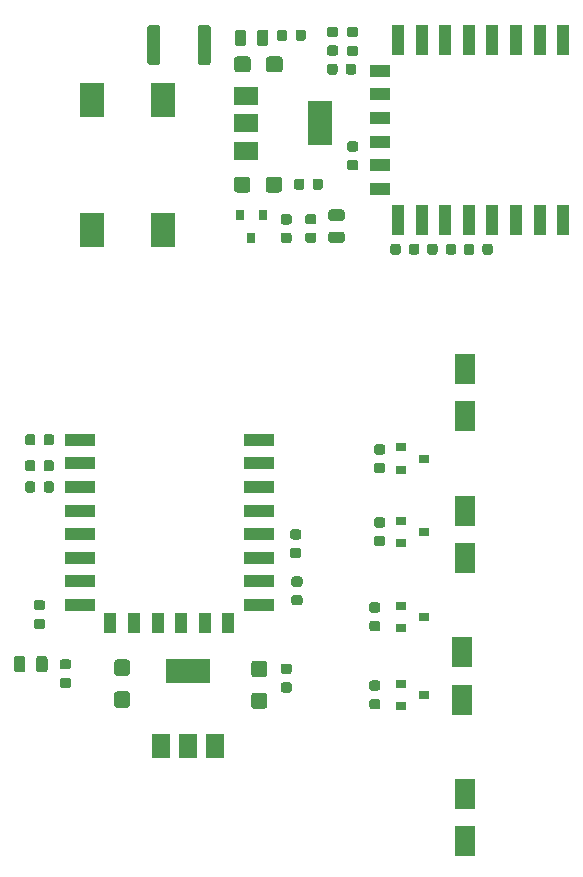
<source format=gbr>
G04 #@! TF.GenerationSoftware,KiCad,Pcbnew,(5.1.6)-1*
G04 #@! TF.CreationDate,2021-01-22T22:35:21+07:00*
G04 #@! TF.ProjectId,penelize-esp-led-strip,70656e65-6c69-47a6-952d-6573702d6c65,rev?*
G04 #@! TF.SameCoordinates,Original*
G04 #@! TF.FileFunction,Paste,Top*
G04 #@! TF.FilePolarity,Positive*
%FSLAX46Y46*%
G04 Gerber Fmt 4.6, Leading zero omitted, Abs format (unit mm)*
G04 Created by KiCad (PCBNEW (5.1.6)-1) date 2021-01-22 22:35:21*
%MOMM*%
%LPD*%
G01*
G04 APERTURE LIST*
%ADD10R,1.800000X2.500000*%
%ADD11R,3.800000X2.000000*%
%ADD12R,1.500000X2.000000*%
%ADD13R,2.500000X1.000000*%
%ADD14R,1.000000X1.800000*%
%ADD15R,0.900000X0.800000*%
%ADD16R,2.000000X3.000000*%
%ADD17R,0.800000X0.900000*%
%ADD18R,2.000000X3.800000*%
%ADD19R,2.000000X1.500000*%
%ADD20R,1.000000X2.500000*%
%ADD21R,1.800000X1.000000*%
G04 APERTURE END LIST*
G04 #@! TO.C,C1*
G36*
G01*
X97425000Y-92143750D02*
X97425000Y-92656250D01*
G75*
G02*
X97206250Y-92875000I-218750J0D01*
G01*
X96768750Y-92875000D01*
G75*
G02*
X96550000Y-92656250I0J218750D01*
G01*
X96550000Y-92143750D01*
G75*
G02*
X96768750Y-91925000I218750J0D01*
G01*
X97206250Y-91925000D01*
G75*
G02*
X97425000Y-92143750I0J-218750D01*
G01*
G37*
G36*
G01*
X95850000Y-92143750D02*
X95850000Y-92656250D01*
G75*
G02*
X95631250Y-92875000I-218750J0D01*
G01*
X95193750Y-92875000D01*
G75*
G02*
X94975000Y-92656250I0J218750D01*
G01*
X94975000Y-92143750D01*
G75*
G02*
X95193750Y-91925000I218750J0D01*
G01*
X95631250Y-91925000D01*
G75*
G02*
X95850000Y-92143750I0J-218750D01*
G01*
G37*
G04 #@! TD*
G04 #@! TO.C,C2*
G36*
G01*
X117356250Y-110037500D02*
X116843750Y-110037500D01*
G75*
G02*
X116625000Y-109818750I0J218750D01*
G01*
X116625000Y-109381250D01*
G75*
G02*
X116843750Y-109162500I218750J0D01*
G01*
X117356250Y-109162500D01*
G75*
G02*
X117575000Y-109381250I0J-218750D01*
G01*
X117575000Y-109818750D01*
G75*
G02*
X117356250Y-110037500I-218750J0D01*
G01*
G37*
G36*
G01*
X117356250Y-111612500D02*
X116843750Y-111612500D01*
G75*
G02*
X116625000Y-111393750I0J218750D01*
G01*
X116625000Y-110956250D01*
G75*
G02*
X116843750Y-110737500I218750J0D01*
G01*
X117356250Y-110737500D01*
G75*
G02*
X117575000Y-110956250I0J-218750D01*
G01*
X117575000Y-111393750D01*
G75*
G02*
X117356250Y-111612500I-218750J0D01*
G01*
G37*
G04 #@! TD*
G04 #@! TO.C,C3*
G36*
G01*
X115225001Y-110300000D02*
X114374999Y-110300000D01*
G75*
G02*
X114125000Y-110050001I0J249999D01*
G01*
X114125000Y-109149999D01*
G75*
G02*
X114374999Y-108900000I249999J0D01*
G01*
X115225001Y-108900000D01*
G75*
G02*
X115475000Y-109149999I0J-249999D01*
G01*
X115475000Y-110050001D01*
G75*
G02*
X115225001Y-110300000I-249999J0D01*
G01*
G37*
G36*
G01*
X115225001Y-113000000D02*
X114374999Y-113000000D01*
G75*
G02*
X114125000Y-112750001I0J249999D01*
G01*
X114125000Y-111849999D01*
G75*
G02*
X114374999Y-111600000I249999J0D01*
G01*
X115225001Y-111600000D01*
G75*
G02*
X115475000Y-111849999I0J-249999D01*
G01*
X115475000Y-112750001D01*
G75*
G02*
X115225001Y-113000000I-249999J0D01*
G01*
G37*
G04 #@! TD*
G04 #@! TO.C,C4*
G36*
G01*
X102774999Y-108800000D02*
X103625001Y-108800000D01*
G75*
G02*
X103875000Y-109049999I0J-249999D01*
G01*
X103875000Y-109950001D01*
G75*
G02*
X103625001Y-110200000I-249999J0D01*
G01*
X102774999Y-110200000D01*
G75*
G02*
X102525000Y-109950001I0J249999D01*
G01*
X102525000Y-109049999D01*
G75*
G02*
X102774999Y-108800000I249999J0D01*
G01*
G37*
G36*
G01*
X102774999Y-111500000D02*
X103625001Y-111500000D01*
G75*
G02*
X103875000Y-111749999I0J-249999D01*
G01*
X103875000Y-112650001D01*
G75*
G02*
X103625001Y-112900000I-249999J0D01*
G01*
X102774999Y-112900000D01*
G75*
G02*
X102525000Y-112650001I0J249999D01*
G01*
X102525000Y-111749999D01*
G75*
G02*
X102774999Y-111500000I249999J0D01*
G01*
G37*
G04 #@! TD*
G04 #@! TO.C,C5*
G36*
G01*
X95943750Y-103775000D02*
X96456250Y-103775000D01*
G75*
G02*
X96675000Y-103993750I0J-218750D01*
G01*
X96675000Y-104431250D01*
G75*
G02*
X96456250Y-104650000I-218750J0D01*
G01*
X95943750Y-104650000D01*
G75*
G02*
X95725000Y-104431250I0J218750D01*
G01*
X95725000Y-103993750D01*
G75*
G02*
X95943750Y-103775000I218750J0D01*
G01*
G37*
G36*
G01*
X95943750Y-105350000D02*
X96456250Y-105350000D01*
G75*
G02*
X96675000Y-105568750I0J-218750D01*
G01*
X96675000Y-106006250D01*
G75*
G02*
X96456250Y-106225000I-218750J0D01*
G01*
X95943750Y-106225000D01*
G75*
G02*
X95725000Y-106006250I0J218750D01*
G01*
X95725000Y-105568750D01*
G75*
G02*
X95943750Y-105350000I218750J0D01*
G01*
G37*
G04 #@! TD*
G04 #@! TO.C,D1*
G36*
G01*
X94037500Y-109656250D02*
X94037500Y-108743750D01*
G75*
G02*
X94281250Y-108500000I243750J0D01*
G01*
X94768750Y-108500000D01*
G75*
G02*
X95012500Y-108743750I0J-243750D01*
G01*
X95012500Y-109656250D01*
G75*
G02*
X94768750Y-109900000I-243750J0D01*
G01*
X94281250Y-109900000D01*
G75*
G02*
X94037500Y-109656250I0J243750D01*
G01*
G37*
G36*
G01*
X95912500Y-109656250D02*
X95912500Y-108743750D01*
G75*
G02*
X96156250Y-108500000I243750J0D01*
G01*
X96643750Y-108500000D01*
G75*
G02*
X96887500Y-108743750I0J-243750D01*
G01*
X96887500Y-109656250D01*
G75*
G02*
X96643750Y-109900000I-243750J0D01*
G01*
X96156250Y-109900000D01*
G75*
G02*
X95912500Y-109656250I0J243750D01*
G01*
G37*
G04 #@! TD*
D10*
G04 #@! TO.C,D2*
X132000000Y-112200000D03*
X132000000Y-108200000D03*
G04 #@! TD*
G04 #@! TO.C,D3*
X132200000Y-84200000D03*
X132200000Y-88200000D03*
G04 #@! TD*
G04 #@! TO.C,D4*
X132200000Y-124200000D03*
X132200000Y-120200000D03*
G04 #@! TD*
G04 #@! TO.C,D5*
X132200000Y-96200000D03*
X132200000Y-100200000D03*
G04 #@! TD*
G04 #@! TO.C,R1*
G36*
G01*
X96550000Y-94456250D02*
X96550000Y-93943750D01*
G75*
G02*
X96768750Y-93725000I218750J0D01*
G01*
X97206250Y-93725000D01*
G75*
G02*
X97425000Y-93943750I0J-218750D01*
G01*
X97425000Y-94456250D01*
G75*
G02*
X97206250Y-94675000I-218750J0D01*
G01*
X96768750Y-94675000D01*
G75*
G02*
X96550000Y-94456250I0J218750D01*
G01*
G37*
G36*
G01*
X94975000Y-94456250D02*
X94975000Y-93943750D01*
G75*
G02*
X95193750Y-93725000I218750J0D01*
G01*
X95631250Y-93725000D01*
G75*
G02*
X95850000Y-93943750I0J-218750D01*
G01*
X95850000Y-94456250D01*
G75*
G02*
X95631250Y-94675000I-218750J0D01*
G01*
X95193750Y-94675000D01*
G75*
G02*
X94975000Y-94456250I0J218750D01*
G01*
G37*
G04 #@! TD*
G04 #@! TO.C,R2*
G36*
G01*
X94987500Y-90456250D02*
X94987500Y-89943750D01*
G75*
G02*
X95206250Y-89725000I218750J0D01*
G01*
X95643750Y-89725000D01*
G75*
G02*
X95862500Y-89943750I0J-218750D01*
G01*
X95862500Y-90456250D01*
G75*
G02*
X95643750Y-90675000I-218750J0D01*
G01*
X95206250Y-90675000D01*
G75*
G02*
X94987500Y-90456250I0J218750D01*
G01*
G37*
G36*
G01*
X96562500Y-90456250D02*
X96562500Y-89943750D01*
G75*
G02*
X96781250Y-89725000I218750J0D01*
G01*
X97218750Y-89725000D01*
G75*
G02*
X97437500Y-89943750I0J-218750D01*
G01*
X97437500Y-90456250D01*
G75*
G02*
X97218750Y-90675000I-218750J0D01*
G01*
X96781250Y-90675000D01*
G75*
G02*
X96562500Y-90456250I0J218750D01*
G01*
G37*
G04 #@! TD*
G04 #@! TO.C,R3*
G36*
G01*
X117743750Y-101775000D02*
X118256250Y-101775000D01*
G75*
G02*
X118475000Y-101993750I0J-218750D01*
G01*
X118475000Y-102431250D01*
G75*
G02*
X118256250Y-102650000I-218750J0D01*
G01*
X117743750Y-102650000D01*
G75*
G02*
X117525000Y-102431250I0J218750D01*
G01*
X117525000Y-101993750D01*
G75*
G02*
X117743750Y-101775000I218750J0D01*
G01*
G37*
G36*
G01*
X117743750Y-103350000D02*
X118256250Y-103350000D01*
G75*
G02*
X118475000Y-103568750I0J-218750D01*
G01*
X118475000Y-104006250D01*
G75*
G02*
X118256250Y-104225000I-218750J0D01*
G01*
X117743750Y-104225000D01*
G75*
G02*
X117525000Y-104006250I0J218750D01*
G01*
X117525000Y-103568750D01*
G75*
G02*
X117743750Y-103350000I218750J0D01*
G01*
G37*
G04 #@! TD*
G04 #@! TO.C,R4*
G36*
G01*
X118156250Y-98650000D02*
X117643750Y-98650000D01*
G75*
G02*
X117425000Y-98431250I0J218750D01*
G01*
X117425000Y-97993750D01*
G75*
G02*
X117643750Y-97775000I218750J0D01*
G01*
X118156250Y-97775000D01*
G75*
G02*
X118375000Y-97993750I0J-218750D01*
G01*
X118375000Y-98431250D01*
G75*
G02*
X118156250Y-98650000I-218750J0D01*
G01*
G37*
G36*
G01*
X118156250Y-100225000D02*
X117643750Y-100225000D01*
G75*
G02*
X117425000Y-100006250I0J218750D01*
G01*
X117425000Y-99568750D01*
G75*
G02*
X117643750Y-99350000I218750J0D01*
G01*
X118156250Y-99350000D01*
G75*
G02*
X118375000Y-99568750I0J-218750D01*
G01*
X118375000Y-100006250D01*
G75*
G02*
X118156250Y-100225000I-218750J0D01*
G01*
G37*
G04 #@! TD*
G04 #@! TO.C,R5*
G36*
G01*
X98656250Y-111225000D02*
X98143750Y-111225000D01*
G75*
G02*
X97925000Y-111006250I0J218750D01*
G01*
X97925000Y-110568750D01*
G75*
G02*
X98143750Y-110350000I218750J0D01*
G01*
X98656250Y-110350000D01*
G75*
G02*
X98875000Y-110568750I0J-218750D01*
G01*
X98875000Y-111006250D01*
G75*
G02*
X98656250Y-111225000I-218750J0D01*
G01*
G37*
G36*
G01*
X98656250Y-109650000D02*
X98143750Y-109650000D01*
G75*
G02*
X97925000Y-109431250I0J218750D01*
G01*
X97925000Y-108993750D01*
G75*
G02*
X98143750Y-108775000I218750J0D01*
G01*
X98656250Y-108775000D01*
G75*
G02*
X98875000Y-108993750I0J-218750D01*
G01*
X98875000Y-109431250D01*
G75*
G02*
X98656250Y-109650000I-218750J0D01*
G01*
G37*
G04 #@! TD*
G04 #@! TO.C,R6*
G36*
G01*
X124856250Y-104837500D02*
X124343750Y-104837500D01*
G75*
G02*
X124125000Y-104618750I0J218750D01*
G01*
X124125000Y-104181250D01*
G75*
G02*
X124343750Y-103962500I218750J0D01*
G01*
X124856250Y-103962500D01*
G75*
G02*
X125075000Y-104181250I0J-218750D01*
G01*
X125075000Y-104618750D01*
G75*
G02*
X124856250Y-104837500I-218750J0D01*
G01*
G37*
G36*
G01*
X124856250Y-106412500D02*
X124343750Y-106412500D01*
G75*
G02*
X124125000Y-106193750I0J218750D01*
G01*
X124125000Y-105756250D01*
G75*
G02*
X124343750Y-105537500I218750J0D01*
G01*
X124856250Y-105537500D01*
G75*
G02*
X125075000Y-105756250I0J-218750D01*
G01*
X125075000Y-106193750D01*
G75*
G02*
X124856250Y-106412500I-218750J0D01*
G01*
G37*
G04 #@! TD*
G04 #@! TO.C,R7*
G36*
G01*
X125256250Y-93037500D02*
X124743750Y-93037500D01*
G75*
G02*
X124525000Y-92818750I0J218750D01*
G01*
X124525000Y-92381250D01*
G75*
G02*
X124743750Y-92162500I218750J0D01*
G01*
X125256250Y-92162500D01*
G75*
G02*
X125475000Y-92381250I0J-218750D01*
G01*
X125475000Y-92818750D01*
G75*
G02*
X125256250Y-93037500I-218750J0D01*
G01*
G37*
G36*
G01*
X125256250Y-91462500D02*
X124743750Y-91462500D01*
G75*
G02*
X124525000Y-91243750I0J218750D01*
G01*
X124525000Y-90806250D01*
G75*
G02*
X124743750Y-90587500I218750J0D01*
G01*
X125256250Y-90587500D01*
G75*
G02*
X125475000Y-90806250I0J-218750D01*
G01*
X125475000Y-91243750D01*
G75*
G02*
X125256250Y-91462500I-218750J0D01*
G01*
G37*
G04 #@! TD*
G04 #@! TO.C,R8*
G36*
G01*
X124856250Y-113025000D02*
X124343750Y-113025000D01*
G75*
G02*
X124125000Y-112806250I0J218750D01*
G01*
X124125000Y-112368750D01*
G75*
G02*
X124343750Y-112150000I218750J0D01*
G01*
X124856250Y-112150000D01*
G75*
G02*
X125075000Y-112368750I0J-218750D01*
G01*
X125075000Y-112806250D01*
G75*
G02*
X124856250Y-113025000I-218750J0D01*
G01*
G37*
G36*
G01*
X124856250Y-111450000D02*
X124343750Y-111450000D01*
G75*
G02*
X124125000Y-111231250I0J218750D01*
G01*
X124125000Y-110793750D01*
G75*
G02*
X124343750Y-110575000I218750J0D01*
G01*
X124856250Y-110575000D01*
G75*
G02*
X125075000Y-110793750I0J-218750D01*
G01*
X125075000Y-111231250D01*
G75*
G02*
X124856250Y-111450000I-218750J0D01*
G01*
G37*
G04 #@! TD*
G04 #@! TO.C,R9*
G36*
G01*
X125256250Y-97637500D02*
X124743750Y-97637500D01*
G75*
G02*
X124525000Y-97418750I0J218750D01*
G01*
X124525000Y-96981250D01*
G75*
G02*
X124743750Y-96762500I218750J0D01*
G01*
X125256250Y-96762500D01*
G75*
G02*
X125475000Y-96981250I0J-218750D01*
G01*
X125475000Y-97418750D01*
G75*
G02*
X125256250Y-97637500I-218750J0D01*
G01*
G37*
G36*
G01*
X125256250Y-99212500D02*
X124743750Y-99212500D01*
G75*
G02*
X124525000Y-98993750I0J218750D01*
G01*
X124525000Y-98556250D01*
G75*
G02*
X124743750Y-98337500I218750J0D01*
G01*
X125256250Y-98337500D01*
G75*
G02*
X125475000Y-98556250I0J-218750D01*
G01*
X125475000Y-98993750D01*
G75*
G02*
X125256250Y-99212500I-218750J0D01*
G01*
G37*
G04 #@! TD*
D11*
G04 #@! TO.C,U1*
X108800000Y-109800000D03*
D12*
X108800000Y-116100000D03*
X111100000Y-116100000D03*
X106500000Y-116100000D03*
G04 #@! TD*
D13*
G04 #@! TO.C,U2*
X99600000Y-90200000D03*
X99600000Y-92200000D03*
X99600000Y-94200000D03*
X99600000Y-96200000D03*
X99600000Y-98200000D03*
X99600000Y-100200000D03*
X99600000Y-102200000D03*
X99600000Y-104200000D03*
D14*
X102200000Y-105700000D03*
X104200000Y-105700000D03*
X106200000Y-105700000D03*
X108200000Y-105700000D03*
X110200000Y-105700000D03*
X112200000Y-105700000D03*
D13*
X114800000Y-104200000D03*
X114800000Y-102200000D03*
X114800000Y-100200000D03*
X114800000Y-98200000D03*
X114800000Y-96200000D03*
X114800000Y-94200000D03*
X114800000Y-92200000D03*
X114800000Y-90200000D03*
G04 #@! TD*
D15*
G04 #@! TO.C,Q1*
X128800000Y-105200000D03*
X126800000Y-106150000D03*
X126800000Y-104250000D03*
G04 #@! TD*
G04 #@! TO.C,Q2*
X126800000Y-90850000D03*
X126800000Y-92750000D03*
X128800000Y-91800000D03*
G04 #@! TD*
G04 #@! TO.C,Q3*
X126800000Y-110850000D03*
X126800000Y-112750000D03*
X128800000Y-111800000D03*
G04 #@! TD*
G04 #@! TO.C,Q4*
X128800000Y-98000000D03*
X126800000Y-98950000D03*
X126800000Y-97050000D03*
G04 #@! TD*
G04 #@! TO.C,C1*
G36*
G01*
X115354860Y-69021201D02*
X115354860Y-68171199D01*
G75*
G02*
X115604859Y-67921200I249999J0D01*
G01*
X116504861Y-67921200D01*
G75*
G02*
X116754860Y-68171199I0J-249999D01*
G01*
X116754860Y-69021201D01*
G75*
G02*
X116504861Y-69271200I-249999J0D01*
G01*
X115604859Y-69271200D01*
G75*
G02*
X115354860Y-69021201I0J249999D01*
G01*
G37*
G36*
G01*
X112654860Y-69021201D02*
X112654860Y-68171199D01*
G75*
G02*
X112904859Y-67921200I249999J0D01*
G01*
X113804861Y-67921200D01*
G75*
G02*
X114054860Y-68171199I0J-249999D01*
G01*
X114054860Y-69021201D01*
G75*
G02*
X113804861Y-69271200I-249999J0D01*
G01*
X112904859Y-69271200D01*
G75*
G02*
X112654860Y-69021201I0J249999D01*
G01*
G37*
G04 #@! TD*
G04 #@! TO.C,C2*
G36*
G01*
X118628400Y-68312010D02*
X118628400Y-68824510D01*
G75*
G02*
X118409650Y-69043260I-218750J0D01*
G01*
X117972150Y-69043260D01*
G75*
G02*
X117753400Y-68824510I0J218750D01*
G01*
X117753400Y-68312010D01*
G75*
G02*
X117972150Y-68093260I218750J0D01*
G01*
X118409650Y-68093260D01*
G75*
G02*
X118628400Y-68312010I0J-218750D01*
G01*
G37*
G36*
G01*
X120203400Y-68312010D02*
X120203400Y-68824510D01*
G75*
G02*
X119984650Y-69043260I-218750J0D01*
G01*
X119547150Y-69043260D01*
G75*
G02*
X119328400Y-68824510I0J218750D01*
G01*
X119328400Y-68312010D01*
G75*
G02*
X119547150Y-68093260I218750J0D01*
G01*
X119984650Y-68093260D01*
G75*
G02*
X120203400Y-68312010I0J-218750D01*
G01*
G37*
G04 #@! TD*
G04 #@! TO.C,C3*
G36*
G01*
X116785340Y-57993419D02*
X116785340Y-58843421D01*
G75*
G02*
X116535341Y-59093420I-249999J0D01*
G01*
X115635339Y-59093420D01*
G75*
G02*
X115385340Y-58843421I0J249999D01*
G01*
X115385340Y-57993419D01*
G75*
G02*
X115635339Y-57743420I249999J0D01*
G01*
X116535341Y-57743420D01*
G75*
G02*
X116785340Y-57993419I0J-249999D01*
G01*
G37*
G36*
G01*
X114085340Y-57993419D02*
X114085340Y-58843421D01*
G75*
G02*
X113835341Y-59093420I-249999J0D01*
G01*
X112935339Y-59093420D01*
G75*
G02*
X112685340Y-58843421I0J249999D01*
G01*
X112685340Y-57993419D01*
G75*
G02*
X112935339Y-57743420I249999J0D01*
G01*
X113835341Y-57743420D01*
G75*
G02*
X114085340Y-57993419I0J-249999D01*
G01*
G37*
G04 #@! TD*
G04 #@! TO.C,C4*
G36*
G01*
X120562540Y-59078530D02*
X120562540Y-58566030D01*
G75*
G02*
X120781290Y-58347280I218750J0D01*
G01*
X121218790Y-58347280D01*
G75*
G02*
X121437540Y-58566030I0J-218750D01*
G01*
X121437540Y-59078530D01*
G75*
G02*
X121218790Y-59297280I-218750J0D01*
G01*
X120781290Y-59297280D01*
G75*
G02*
X120562540Y-59078530I0J218750D01*
G01*
G37*
G36*
G01*
X122137540Y-59078530D02*
X122137540Y-58566030D01*
G75*
G02*
X122356290Y-58347280I218750J0D01*
G01*
X122793790Y-58347280D01*
G75*
G02*
X123012540Y-58566030I0J-218750D01*
G01*
X123012540Y-59078530D01*
G75*
G02*
X122793790Y-59297280I-218750J0D01*
G01*
X122356290Y-59297280D01*
G75*
G02*
X122137540Y-59078530I0J218750D01*
G01*
G37*
G04 #@! TD*
G04 #@! TO.C,C5*
G36*
G01*
X120899590Y-70693940D02*
X121812090Y-70693940D01*
G75*
G02*
X122055840Y-70937690I0J-243750D01*
G01*
X122055840Y-71425190D01*
G75*
G02*
X121812090Y-71668940I-243750J0D01*
G01*
X120899590Y-71668940D01*
G75*
G02*
X120655840Y-71425190I0J243750D01*
G01*
X120655840Y-70937690D01*
G75*
G02*
X120899590Y-70693940I243750J0D01*
G01*
G37*
G36*
G01*
X120899590Y-72568940D02*
X121812090Y-72568940D01*
G75*
G02*
X122055840Y-72812690I0J-243750D01*
G01*
X122055840Y-73300190D01*
G75*
G02*
X121812090Y-73543940I-243750J0D01*
G01*
X120899590Y-73543940D01*
G75*
G02*
X120655840Y-73300190I0J243750D01*
G01*
X120655840Y-72812690D01*
G75*
G02*
X120899590Y-72568940I243750J0D01*
G01*
G37*
G04 #@! TD*
G04 #@! TO.C,C6*
G36*
G01*
X122443250Y-56833040D02*
X122955750Y-56833040D01*
G75*
G02*
X123174500Y-57051790I0J-218750D01*
G01*
X123174500Y-57489290D01*
G75*
G02*
X122955750Y-57708040I-218750J0D01*
G01*
X122443250Y-57708040D01*
G75*
G02*
X122224500Y-57489290I0J218750D01*
G01*
X122224500Y-57051790D01*
G75*
G02*
X122443250Y-56833040I218750J0D01*
G01*
G37*
G36*
G01*
X122443250Y-55258040D02*
X122955750Y-55258040D01*
G75*
G02*
X123174500Y-55476790I0J-218750D01*
G01*
X123174500Y-55914290D01*
G75*
G02*
X122955750Y-56133040I-218750J0D01*
G01*
X122443250Y-56133040D01*
G75*
G02*
X122224500Y-55914290I0J218750D01*
G01*
X122224500Y-55476790D01*
G75*
G02*
X122443250Y-55258040I218750J0D01*
G01*
G37*
G04 #@! TD*
G04 #@! TO.C,C7*
G36*
G01*
X120759230Y-55235080D02*
X121271730Y-55235080D01*
G75*
G02*
X121490480Y-55453830I0J-218750D01*
G01*
X121490480Y-55891330D01*
G75*
G02*
X121271730Y-56110080I-218750J0D01*
G01*
X120759230Y-56110080D01*
G75*
G02*
X120540480Y-55891330I0J218750D01*
G01*
X120540480Y-55453830D01*
G75*
G02*
X120759230Y-55235080I218750J0D01*
G01*
G37*
G36*
G01*
X120759230Y-56810080D02*
X121271730Y-56810080D01*
G75*
G02*
X121490480Y-57028830I0J-218750D01*
G01*
X121490480Y-57466330D01*
G75*
G02*
X121271730Y-57685080I-218750J0D01*
G01*
X120759230Y-57685080D01*
G75*
G02*
X120540480Y-57466330I0J218750D01*
G01*
X120540480Y-57028830D01*
G75*
G02*
X120759230Y-56810080I218750J0D01*
G01*
G37*
G04 #@! TD*
G04 #@! TO.C,D1*
G36*
G01*
X112737320Y-56621690D02*
X112737320Y-55709190D01*
G75*
G02*
X112981070Y-55465440I243750J0D01*
G01*
X113468570Y-55465440D01*
G75*
G02*
X113712320Y-55709190I0J-243750D01*
G01*
X113712320Y-56621690D01*
G75*
G02*
X113468570Y-56865440I-243750J0D01*
G01*
X112981070Y-56865440D01*
G75*
G02*
X112737320Y-56621690I0J243750D01*
G01*
G37*
G36*
G01*
X114612320Y-56621690D02*
X114612320Y-55709190D01*
G75*
G02*
X114856070Y-55465440I243750J0D01*
G01*
X115343570Y-55465440D01*
G75*
G02*
X115587320Y-55709190I0J-243750D01*
G01*
X115587320Y-56621690D01*
G75*
G02*
X115343570Y-56865440I-243750J0D01*
G01*
X114856070Y-56865440D01*
G75*
G02*
X114612320Y-56621690I0J243750D01*
G01*
G37*
G04 #@! TD*
G04 #@! TO.C,F1*
G36*
G01*
X105324560Y-58235201D02*
X105324560Y-55335199D01*
G75*
G02*
X105574559Y-55085200I249999J0D01*
G01*
X106199561Y-55085200D01*
G75*
G02*
X106449560Y-55335199I0J-249999D01*
G01*
X106449560Y-58235201D01*
G75*
G02*
X106199561Y-58485200I-249999J0D01*
G01*
X105574559Y-58485200D01*
G75*
G02*
X105324560Y-58235201I0J249999D01*
G01*
G37*
G36*
G01*
X109599560Y-58235201D02*
X109599560Y-55335199D01*
G75*
G02*
X109849559Y-55085200I249999J0D01*
G01*
X110474561Y-55085200D01*
G75*
G02*
X110724560Y-55335199I0J-249999D01*
G01*
X110724560Y-58235201D01*
G75*
G02*
X110474561Y-58485200I-249999J0D01*
G01*
X109849559Y-58485200D01*
G75*
G02*
X109599560Y-58235201I0J249999D01*
G01*
G37*
G04 #@! TD*
D16*
G04 #@! TO.C,J1*
X100687860Y-61471500D03*
X106687860Y-61471500D03*
X106687860Y-72471500D03*
X100687860Y-72471500D03*
G04 #@! TD*
D17*
G04 #@! TO.C,Q1*
X115102440Y-71128580D03*
X113202440Y-71128580D03*
X114152440Y-73128580D03*
G04 #@! TD*
G04 #@! TO.C,R1*
G36*
G01*
X118755700Y-55700910D02*
X118755700Y-56213410D01*
G75*
G02*
X118536950Y-56432160I-218750J0D01*
G01*
X118099450Y-56432160D01*
G75*
G02*
X117880700Y-56213410I0J218750D01*
G01*
X117880700Y-55700910D01*
G75*
G02*
X118099450Y-55482160I218750J0D01*
G01*
X118536950Y-55482160D01*
G75*
G02*
X118755700Y-55700910I0J-218750D01*
G01*
G37*
G36*
G01*
X117180700Y-55700910D02*
X117180700Y-56213410D01*
G75*
G02*
X116961950Y-56432160I-218750J0D01*
G01*
X116524450Y-56432160D01*
G75*
G02*
X116305700Y-56213410I0J218750D01*
G01*
X116305700Y-55700910D01*
G75*
G02*
X116524450Y-55482160I218750J0D01*
G01*
X116961950Y-55482160D01*
G75*
G02*
X117180700Y-55700910I0J-218750D01*
G01*
G37*
G04 #@! TD*
G04 #@! TO.C,R2*
G36*
G01*
X118920270Y-71089660D02*
X119432770Y-71089660D01*
G75*
G02*
X119651520Y-71308410I0J-218750D01*
G01*
X119651520Y-71745910D01*
G75*
G02*
X119432770Y-71964660I-218750J0D01*
G01*
X118920270Y-71964660D01*
G75*
G02*
X118701520Y-71745910I0J218750D01*
G01*
X118701520Y-71308410D01*
G75*
G02*
X118920270Y-71089660I218750J0D01*
G01*
G37*
G36*
G01*
X118920270Y-72664660D02*
X119432770Y-72664660D01*
G75*
G02*
X119651520Y-72883410I0J-218750D01*
G01*
X119651520Y-73320910D01*
G75*
G02*
X119432770Y-73539660I-218750J0D01*
G01*
X118920270Y-73539660D01*
G75*
G02*
X118701520Y-73320910I0J218750D01*
G01*
X118701520Y-72883410D01*
G75*
G02*
X118920270Y-72664660I218750J0D01*
G01*
G37*
G04 #@! TD*
G04 #@! TO.C,R3*
G36*
G01*
X116837470Y-72675020D02*
X117349970Y-72675020D01*
G75*
G02*
X117568720Y-72893770I0J-218750D01*
G01*
X117568720Y-73331270D01*
G75*
G02*
X117349970Y-73550020I-218750J0D01*
G01*
X116837470Y-73550020D01*
G75*
G02*
X116618720Y-73331270I0J218750D01*
G01*
X116618720Y-72893770D01*
G75*
G02*
X116837470Y-72675020I218750J0D01*
G01*
G37*
G36*
G01*
X116837470Y-71100020D02*
X117349970Y-71100020D01*
G75*
G02*
X117568720Y-71318770I0J-218750D01*
G01*
X117568720Y-71756270D01*
G75*
G02*
X117349970Y-71975020I-218750J0D01*
G01*
X116837470Y-71975020D01*
G75*
G02*
X116618720Y-71756270I0J218750D01*
G01*
X116618720Y-71318770D01*
G75*
G02*
X116837470Y-71100020I218750J0D01*
G01*
G37*
G04 #@! TD*
G04 #@! TO.C,R4*
G36*
G01*
X133009980Y-73818730D02*
X133009980Y-74331230D01*
G75*
G02*
X132791230Y-74549980I-218750J0D01*
G01*
X132353730Y-74549980D01*
G75*
G02*
X132134980Y-74331230I0J218750D01*
G01*
X132134980Y-73818730D01*
G75*
G02*
X132353730Y-73599980I218750J0D01*
G01*
X132791230Y-73599980D01*
G75*
G02*
X133009980Y-73818730I0J-218750D01*
G01*
G37*
G36*
G01*
X134584980Y-73818730D02*
X134584980Y-74331230D01*
G75*
G02*
X134366230Y-74549980I-218750J0D01*
G01*
X133928730Y-74549980D01*
G75*
G02*
X133709980Y-74331230I0J218750D01*
G01*
X133709980Y-73818730D01*
G75*
G02*
X133928730Y-73599980I218750J0D01*
G01*
X134366230Y-73599980D01*
G75*
G02*
X134584980Y-73818730I0J-218750D01*
G01*
G37*
G04 #@! TD*
G04 #@! TO.C,R5*
G36*
G01*
X128361780Y-73806030D02*
X128361780Y-74318530D01*
G75*
G02*
X128143030Y-74537280I-218750J0D01*
G01*
X127705530Y-74537280D01*
G75*
G02*
X127486780Y-74318530I0J218750D01*
G01*
X127486780Y-73806030D01*
G75*
G02*
X127705530Y-73587280I218750J0D01*
G01*
X128143030Y-73587280D01*
G75*
G02*
X128361780Y-73806030I0J-218750D01*
G01*
G37*
G36*
G01*
X126786780Y-73806030D02*
X126786780Y-74318530D01*
G75*
G02*
X126568030Y-74537280I-218750J0D01*
G01*
X126130530Y-74537280D01*
G75*
G02*
X125911780Y-74318530I0J218750D01*
G01*
X125911780Y-73806030D01*
G75*
G02*
X126130530Y-73587280I218750J0D01*
G01*
X126568030Y-73587280D01*
G75*
G02*
X126786780Y-73806030I0J-218750D01*
G01*
G37*
G04 #@! TD*
G04 #@! TO.C,R6*
G36*
G01*
X130605900Y-74326150D02*
X130605900Y-73813650D01*
G75*
G02*
X130824650Y-73594900I218750J0D01*
G01*
X131262150Y-73594900D01*
G75*
G02*
X131480900Y-73813650I0J-218750D01*
G01*
X131480900Y-74326150D01*
G75*
G02*
X131262150Y-74544900I-218750J0D01*
G01*
X130824650Y-74544900D01*
G75*
G02*
X130605900Y-74326150I0J218750D01*
G01*
G37*
G36*
G01*
X129030900Y-74326150D02*
X129030900Y-73813650D01*
G75*
G02*
X129249650Y-73594900I218750J0D01*
G01*
X129687150Y-73594900D01*
G75*
G02*
X129905900Y-73813650I0J-218750D01*
G01*
X129905900Y-74326150D01*
G75*
G02*
X129687150Y-74544900I-218750J0D01*
G01*
X129249650Y-74544900D01*
G75*
G02*
X129030900Y-74326150I0J218750D01*
G01*
G37*
G04 #@! TD*
G04 #@! TO.C,R7*
G36*
G01*
X122976070Y-67390320D02*
X122463570Y-67390320D01*
G75*
G02*
X122244820Y-67171570I0J218750D01*
G01*
X122244820Y-66734070D01*
G75*
G02*
X122463570Y-66515320I218750J0D01*
G01*
X122976070Y-66515320D01*
G75*
G02*
X123194820Y-66734070I0J-218750D01*
G01*
X123194820Y-67171570D01*
G75*
G02*
X122976070Y-67390320I-218750J0D01*
G01*
G37*
G36*
G01*
X122976070Y-65815320D02*
X122463570Y-65815320D01*
G75*
G02*
X122244820Y-65596570I0J218750D01*
G01*
X122244820Y-65159070D01*
G75*
G02*
X122463570Y-64940320I218750J0D01*
G01*
X122976070Y-64940320D01*
G75*
G02*
X123194820Y-65159070I0J-218750D01*
G01*
X123194820Y-65596570D01*
G75*
G02*
X122976070Y-65815320I-218750J0D01*
G01*
G37*
G04 #@! TD*
D18*
G04 #@! TO.C,U1*
X119957100Y-63422220D03*
D19*
X113657100Y-63422220D03*
X113657100Y-65722220D03*
X113657100Y-61122220D03*
G04 #@! TD*
D20*
G04 #@! TO.C,U2*
X140557740Y-56366100D03*
X138557740Y-56366100D03*
X136557740Y-56366100D03*
X134557740Y-56366100D03*
X132557740Y-56366100D03*
X130557740Y-56366100D03*
X128557740Y-56366100D03*
X126557740Y-56366100D03*
D21*
X125057740Y-58966100D03*
X125057740Y-60966100D03*
X125057740Y-62966100D03*
X125057740Y-64966100D03*
X125057740Y-66966100D03*
X125057740Y-68966100D03*
D20*
X126557740Y-71566100D03*
X128557740Y-71566100D03*
X130557740Y-71566100D03*
X132557740Y-71566100D03*
X134557740Y-71566100D03*
X136557740Y-71566100D03*
X138557740Y-71566100D03*
X140557740Y-71566100D03*
G04 #@! TD*
M02*

</source>
